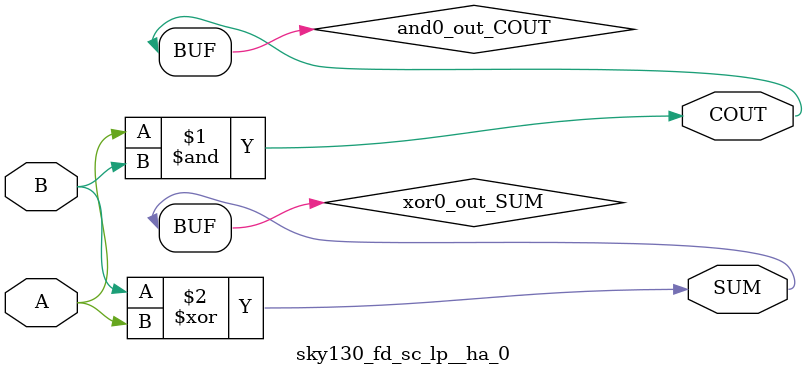
<source format=v>
/*
 * Copyright 2020 The SkyWater PDK Authors
 *
 * Licensed under the Apache License, Version 2.0 (the "License");
 * you may not use this file except in compliance with the License.
 * You may obtain a copy of the License at
 *
 *     https://www.apache.org/licenses/LICENSE-2.0
 *
 * Unless required by applicable law or agreed to in writing, software
 * distributed under the License is distributed on an "AS IS" BASIS,
 * WITHOUT WARRANTIES OR CONDITIONS OF ANY KIND, either express or implied.
 * See the License for the specific language governing permissions and
 * limitations under the License.
 *
 * SPDX-License-Identifier: Apache-2.0
*/


`ifndef SKY130_FD_SC_LP__HA_0_FUNCTIONAL_V
`define SKY130_FD_SC_LP__HA_0_FUNCTIONAL_V

/**
 * ha: Half adder.
 *
 * Verilog simulation functional model.
 */

`timescale 1ns / 1ps
`default_nettype none

`celldefine
module sky130_fd_sc_lp__ha_0 (
    COUT,
    SUM ,
    A   ,
    B
);

    // Module ports
    output COUT;
    output SUM ;
    input  A   ;
    input  B   ;

    // Local signals
    wire and0_out_COUT;
    wire xor0_out_SUM ;

    //  Name  Output         Other arguments
    and and0 (and0_out_COUT, A, B           );
    buf buf0 (COUT         , and0_out_COUT  );
    xor xor0 (xor0_out_SUM , B, A           );
    buf buf1 (SUM          , xor0_out_SUM   );

endmodule
`endcelldefine

`default_nettype wire
`endif  // SKY130_FD_SC_LP__HA_0_FUNCTIONAL_V

</source>
